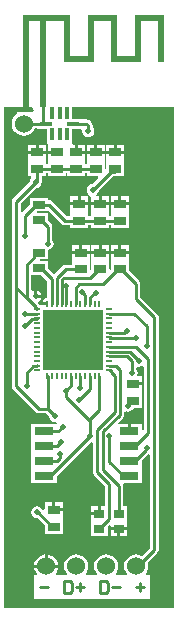
<source format=gtl>
G04*
G04 #@! TF.GenerationSoftware,Altium Limited,Altium Designer,20.2.4 (192)*
G04*
G04 Layer_Physical_Order=1*
G04 Layer_Color=255*
%FSLAX25Y25*%
%MOIN*%
G70*
G04*
G04 #@! TF.SameCoordinates,C5831E6D-2EEE-4114-93DC-BC8679F25CA8*
G04*
G04*
G04 #@! TF.FilePolarity,Positive*
G04*
G01*
G75*
%ADD13R,0.03937X0.01378*%
%ADD14R,0.01378X0.03937*%
%ADD15R,0.03898X0.03071*%
%ADD16R,0.04016X0.02520*%
%ADD17R,0.06496X0.02756*%
%ADD18R,0.20472X0.20472*%
%ADD19O,0.02165X0.00787*%
%ADD20O,0.00787X0.02165*%
%ADD21R,0.03543X0.03150*%
%ADD34C,0.01000*%
%ADD35C,0.06000*%
%ADD36C,0.02000*%
%ADD37C,0.03000*%
G36*
X367406Y301126D02*
X365437D01*
Y314906D01*
X359531D01*
Y301126D01*
X349689D01*
Y314906D01*
X343783D01*
Y301126D01*
X333941D01*
Y314906D01*
X328035D01*
Y286165D01*
X326067D01*
Y314906D01*
X322130D01*
Y286165D01*
X320161D01*
Y316874D01*
X335910D01*
Y303095D01*
X341815D01*
Y316874D01*
X351658D01*
Y303095D01*
X357563D01*
Y316874D01*
X367406D01*
Y301126D01*
D02*
G37*
G36*
X370471Y119029D02*
X314029D01*
X314029Y286000D01*
X317506D01*
X317690Y285775D01*
X317807Y285190D01*
X318138Y284694D01*
X318416Y284508D01*
X318481Y284067D01*
X318483Y283994D01*
X317647Y283353D01*
X317006Y282517D01*
X316603Y281544D01*
X316465Y280500D01*
X316603Y279456D01*
X317006Y278483D01*
X317647Y277647D01*
X318483Y277006D01*
X319456Y276603D01*
X320500Y276466D01*
X321544Y276603D01*
X322517Y277006D01*
X323353Y277647D01*
X323994Y278483D01*
X324196Y278971D01*
X325004D01*
Y278811D01*
X328252D01*
Y273988D01*
X328437D01*
X328551Y273535D01*
X328551Y273488D01*
Y271500D01*
X331500D01*
Y270500D01*
X328551D01*
Y268524D01*
X328551Y268464D01*
Y268023D01*
X328551Y267965D01*
Y267017D01*
X327949D01*
Y267965D01*
X327949Y268023D01*
Y268464D01*
X327949Y268524D01*
Y270500D01*
X325000D01*
X322051D01*
Y268524D01*
X322051Y268464D01*
Y268023D01*
X322051Y267965D01*
Y262952D01*
X322922D01*
X323074Y262453D01*
X323058Y262442D01*
X322616Y261780D01*
X322492Y261154D01*
X316919Y255581D01*
X316587Y255085D01*
X316471Y254500D01*
Y225799D01*
Y193000D01*
X316587Y192415D01*
X316919Y191919D01*
X324419Y184419D01*
X324915Y184087D01*
X325500Y183971D01*
X327867D01*
X328992Y182846D01*
X329116Y182220D01*
X329558Y181558D01*
X330220Y181116D01*
X331000Y180961D01*
X331223Y181005D01*
X331521Y180555D01*
X331401Y180378D01*
X323079D01*
Y175622D01*
X323079Y175622D01*
Y175378D01*
X323079D01*
X323079Y175122D01*
Y170622D01*
X323079D01*
Y170378D01*
X323079D01*
Y165622D01*
X323079Y165622D01*
Y165378D01*
X323079D01*
X323079Y165122D01*
Y160622D01*
X331575D01*
Y163215D01*
X342900Y174540D01*
X342971Y174554D01*
X343471Y174188D01*
Y164500D01*
X343587Y163915D01*
X343919Y163419D01*
X347471Y159866D01*
Y153036D01*
X346252D01*
Y150461D01*
X345752D01*
Y149961D01*
X342981D01*
Y147886D01*
Y142964D01*
X348523D01*
Y146148D01*
X349015Y146639D01*
X349477Y146447D01*
Y146039D01*
X352248D01*
X355019D01*
Y147886D01*
Y153036D01*
X353777D01*
Y159752D01*
X353704Y160122D01*
X354026Y160622D01*
X359921D01*
Y165122D01*
X359921Y165378D01*
X359921D01*
Y165622D01*
X359921D01*
Y168215D01*
X361971Y170265D01*
X362471Y170058D01*
Y139134D01*
X359886Y136548D01*
X359044Y136897D01*
X358000Y137034D01*
X356956Y136897D01*
X355983Y136494D01*
X355147Y135853D01*
X354506Y135017D01*
X354103Y134044D01*
X353965Y133000D01*
X354103Y131956D01*
X354506Y130983D01*
X354877Y130499D01*
X354631Y129999D01*
X351369D01*
X351123Y130499D01*
X351494Y130983D01*
X351897Y131956D01*
X352034Y133000D01*
X351897Y134044D01*
X351494Y135017D01*
X350853Y135853D01*
X350017Y136494D01*
X349044Y136897D01*
X348000Y137034D01*
X346956Y136897D01*
X345983Y136494D01*
X345147Y135853D01*
X344506Y135017D01*
X344103Y134044D01*
X343966Y133000D01*
X344103Y131956D01*
X344506Y130983D01*
X344877Y130499D01*
X344631Y129999D01*
X341369D01*
X341123Y130499D01*
X341494Y130983D01*
X341897Y131956D01*
X342035Y133000D01*
X341897Y134044D01*
X341494Y135017D01*
X340853Y135853D01*
X340017Y136494D01*
X339044Y136897D01*
X338000Y137034D01*
X336956Y136897D01*
X335983Y136494D01*
X335147Y135853D01*
X334506Y135017D01*
X334103Y134044D01*
X333965Y133000D01*
X334103Y131956D01*
X334506Y130983D01*
X334877Y130499D01*
X334631Y129999D01*
X331369D01*
X331123Y130499D01*
X331494Y130983D01*
X331897Y131956D01*
X331969Y132500D01*
X324031D01*
X324103Y131956D01*
X324506Y130983D01*
X324877Y130499D01*
X324631Y129999D01*
X324000D01*
Y122000D01*
X362655D01*
Y129999D01*
X361369D01*
X361123Y130499D01*
X361494Y130983D01*
X361897Y131956D01*
X362035Y133000D01*
X361897Y134044D01*
X361841Y134178D01*
X365081Y137419D01*
X365413Y137915D01*
X365529Y138500D01*
Y216000D01*
X365413Y216585D01*
X365081Y217081D01*
X359431Y222732D01*
Y227000D01*
X359314Y227585D01*
X358983Y228081D01*
X355449Y231615D01*
Y234465D01*
X355449Y234524D01*
Y234964D01*
X355449Y235023D01*
Y237000D01*
X352500D01*
X349551D01*
Y235023D01*
X349551Y234964D01*
Y234524D01*
X349551Y234465D01*
Y231959D01*
X349449Y231890D01*
X348949Y232158D01*
Y234465D01*
X348949Y234524D01*
Y234964D01*
X348949Y235023D01*
Y237000D01*
X346000D01*
X343051D01*
Y235023D01*
X343051Y234964D01*
Y234524D01*
X343051Y234465D01*
Y231959D01*
X342949Y231890D01*
X342449Y232158D01*
Y234465D01*
X342449Y234524D01*
Y234964D01*
X342449Y235023D01*
Y237000D01*
X339500D01*
X336551D01*
Y235023D01*
X336551Y234964D01*
Y234524D01*
X336551Y234465D01*
Y233517D01*
X334488D01*
X333903Y233401D01*
X333407Y233069D01*
X330614Y230277D01*
X328508Y232383D01*
Y234740D01*
X326108D01*
X325824Y235240D01*
X325836Y235260D01*
X328508D01*
Y238462D01*
X329280Y238616D01*
X329942Y239058D01*
X330384Y239720D01*
X330539Y240500D01*
X330384Y241280D01*
X330029Y241811D01*
Y246228D01*
X329913Y246813D01*
X329581Y247309D01*
X328508Y248383D01*
Y250740D01*
X325368D01*
X325101Y251240D01*
X325114Y251260D01*
X328508D01*
Y251260D01*
X328910Y251427D01*
X333175Y247163D01*
X333671Y246831D01*
X334256Y246715D01*
X336051D01*
Y245708D01*
X341949D01*
Y246715D01*
X343051D01*
Y245708D01*
X348949D01*
Y246715D01*
X349551D01*
Y245708D01*
X355449D01*
Y250721D01*
X355449Y250780D01*
Y251220D01*
X355449Y251279D01*
Y253256D01*
X352500D01*
X349551D01*
Y251279D01*
X349551Y251220D01*
Y250780D01*
X349551Y250721D01*
Y249773D01*
X348949D01*
Y250721D01*
X348949Y250780D01*
Y251220D01*
X348949Y251279D01*
Y253256D01*
X346000D01*
X343051D01*
Y251279D01*
X343051Y251220D01*
Y250780D01*
X343051Y250721D01*
Y249773D01*
X341949D01*
Y250721D01*
X341949Y250780D01*
Y251220D01*
X341949Y251279D01*
Y253256D01*
X339000D01*
X336051D01*
Y251279D01*
X336051Y251220D01*
Y250780D01*
X336051Y250721D01*
Y249773D01*
X334890D01*
X330061Y254601D01*
X329565Y254933D01*
X328980Y255049D01*
X328508D01*
Y255780D01*
X322492D01*
Y253423D01*
X320029Y250960D01*
X319592Y251097D01*
X319529Y251145D01*
Y253867D01*
X324654Y258992D01*
X325280Y259116D01*
X325942Y259558D01*
X326384Y260220D01*
X326539Y261000D01*
X326485Y261275D01*
X326529Y261500D01*
Y262952D01*
X327949D01*
Y263959D01*
X328551D01*
Y262952D01*
X334449D01*
Y263959D01*
X335051D01*
Y262952D01*
X340949D01*
Y263959D01*
X341551D01*
Y262952D01*
X345235D01*
X345426Y262491D01*
X343346Y260410D01*
X342720Y260285D01*
X342058Y259843D01*
X341616Y259182D01*
X341461Y258401D01*
X341616Y257621D01*
X342058Y256960D01*
X342661Y256557D01*
X342722Y256515D01*
X343051Y256183D01*
X343051Y255942D01*
Y254256D01*
X345500D01*
Y256292D01*
X344842D01*
X344690Y256791D01*
X344942Y256960D01*
X345384Y257621D01*
X345509Y258247D01*
X350214Y262952D01*
X353949D01*
Y267965D01*
X353949Y268023D01*
Y268464D01*
X353949Y268524D01*
Y270500D01*
X351000D01*
X348051D01*
Y268524D01*
X348051Y268464D01*
Y268023D01*
X348051Y267965D01*
Y265458D01*
X347949Y265390D01*
X347449Y265658D01*
Y267965D01*
X347449Y268023D01*
Y268464D01*
X347449Y268524D01*
Y270500D01*
X344500D01*
Y271000D01*
D01*
Y270500D01*
X341551D01*
Y268524D01*
X341551Y268464D01*
Y268023D01*
X341551Y267965D01*
Y267017D01*
X340949D01*
Y267965D01*
X340949Y268023D01*
Y268464D01*
X340949Y268524D01*
Y270500D01*
X338000D01*
Y271000D01*
X337500D01*
Y273535D01*
X336862D01*
X336748Y273988D01*
X336748Y274036D01*
Y278811D01*
X339612D01*
X340025Y278323D01*
X339961Y278000D01*
X340116Y277220D01*
X340558Y276558D01*
X341220Y276116D01*
X342000Y275961D01*
X342780Y276116D01*
X343442Y276558D01*
X343884Y277220D01*
X344039Y278000D01*
X343884Y278780D01*
X343529Y279311D01*
Y279914D01*
X343413Y280500D01*
X343081Y280996D01*
X342496Y281581D01*
X342000Y281913D01*
X341414Y282029D01*
X339996D01*
Y282189D01*
X336748D01*
Y286000D01*
X370471D01*
X370471Y119029D01*
D02*
G37*
G36*
X328447Y228118D02*
Y222663D01*
X328402Y222626D01*
X327858Y222517D01*
X327397Y222210D01*
X327089Y221748D01*
X326981Y221205D01*
Y221016D01*
X328402D01*
Y220016D01*
X326644D01*
X326481Y219928D01*
X326288Y220057D01*
X325744Y220165D01*
X325716D01*
X325554Y220408D01*
X325311Y220651D01*
X325444Y221225D01*
X325942Y221558D01*
X326384Y222220D01*
X326440Y222500D01*
X324500D01*
Y223000D01*
X324000D01*
Y224940D01*
X323720Y224884D01*
X323529Y224757D01*
X323029Y225024D01*
Y230220D01*
X326345D01*
X328447Y228118D01*
D02*
G37*
G36*
X360471Y199476D02*
Y178508D01*
X360421Y178475D01*
X359921Y178742D01*
Y180378D01*
X356173D01*
Y178000D01*
X355173D01*
Y180378D01*
X352194D01*
X352003Y180840D01*
X353581Y182419D01*
X353913Y182915D01*
X354029Y183500D01*
Y184384D01*
X354380Y184572D01*
X354529Y184605D01*
X355256Y184461D01*
X356036Y184616D01*
X356698Y185058D01*
X357133Y185708D01*
X359949D01*
Y190779D01*
X359949D01*
Y191220D01*
X359949D01*
Y193256D01*
X357000D01*
Y194256D01*
X359949D01*
Y196291D01*
X358613D01*
X358559Y196393D01*
X358398Y196792D01*
X358539Y197500D01*
X358384Y198280D01*
X358029Y198811D01*
Y199188D01*
X358529Y199554D01*
X359000Y199461D01*
X359780Y199616D01*
X359971Y199743D01*
X360471Y199476D01*
D02*
G37*
%LPC*%
G36*
X327949Y273535D02*
X325500D01*
Y271500D01*
X327949D01*
Y273535D01*
D02*
G37*
G36*
X347449D02*
X345000D01*
Y271500D01*
X347449D01*
Y273535D01*
D02*
G37*
G36*
X340949D02*
X338500D01*
Y271500D01*
X340949D01*
Y273535D01*
D02*
G37*
G36*
X353949D02*
X351500D01*
Y271500D01*
X353949D01*
Y273535D01*
D02*
G37*
G36*
X324500D02*
X322051D01*
Y271500D01*
X324500D01*
Y273535D01*
D02*
G37*
G36*
X350500D02*
X348051D01*
Y271500D01*
X350500D01*
Y273535D01*
D02*
G37*
G36*
X344000D02*
X341551D01*
Y271500D01*
X344000D01*
Y273535D01*
D02*
G37*
G36*
X355449Y256292D02*
X353000D01*
Y254256D01*
X355449D01*
Y256292D01*
D02*
G37*
G36*
X348949D02*
X346500D01*
Y254256D01*
X348949D01*
Y256292D01*
D02*
G37*
G36*
X341949D02*
X339500D01*
Y254256D01*
X341949D01*
Y256292D01*
D02*
G37*
G36*
X352000D02*
X349551D01*
Y254256D01*
X352000D01*
Y256292D01*
D02*
G37*
G36*
X338500D02*
X336051D01*
Y254256D01*
X338500D01*
Y256292D01*
D02*
G37*
G36*
X355449Y240036D02*
X353000D01*
Y238000D01*
X355449D01*
Y240036D01*
D02*
G37*
G36*
X348949D02*
X346500D01*
Y238000D01*
X348949D01*
Y240036D01*
D02*
G37*
G36*
X342449D02*
X340000D01*
Y238000D01*
X342449D01*
Y240036D01*
D02*
G37*
G36*
X352000D02*
X349551D01*
Y238000D01*
X352000D01*
Y240036D01*
D02*
G37*
G36*
X339000D02*
X336551D01*
Y238000D01*
X339000D01*
Y240036D01*
D02*
G37*
G36*
X345500D02*
X343051D01*
Y238000D01*
X345500D01*
Y240036D01*
D02*
G37*
G36*
X333449Y154291D02*
X331000D01*
Y152256D01*
X333449D01*
Y154291D01*
D02*
G37*
G36*
X330000D02*
X327551D01*
Y152007D01*
X327051Y151697D01*
X326884Y151780D01*
X326442Y152442D01*
X325780Y152884D01*
X325000Y153039D01*
X324220Y152884D01*
X323558Y152442D01*
X323116Y151780D01*
X322961Y151000D01*
X323116Y150220D01*
X323558Y149558D01*
X324220Y149116D01*
X325000Y148961D01*
X325172Y148995D01*
X327551Y146617D01*
Y143709D01*
X333449D01*
Y148721D01*
X333449Y148779D01*
X333449D01*
Y149221D01*
X333449D01*
Y151256D01*
X330500D01*
Y151756D01*
X330000D01*
Y154291D01*
D02*
G37*
G36*
X345252Y153036D02*
X342981D01*
Y150961D01*
X345252D01*
Y153036D01*
D02*
G37*
G36*
X355019Y145039D02*
X352748D01*
Y142964D01*
X355019D01*
Y145039D01*
D02*
G37*
G36*
X351748D02*
X349477D01*
Y142964D01*
X351748D01*
Y145039D01*
D02*
G37*
G36*
X328500Y136969D02*
Y133500D01*
X331969D01*
X331897Y134044D01*
X331494Y135017D01*
X330853Y135853D01*
X330017Y136494D01*
X329044Y136897D01*
X328500Y136969D01*
D02*
G37*
G36*
X327500D02*
X326956Y136897D01*
X325983Y136494D01*
X325147Y135853D01*
X324506Y135017D01*
X324103Y134044D01*
X324031Y133500D01*
X327500D01*
Y136969D01*
D02*
G37*
G36*
X325000Y224940D02*
Y223500D01*
X326440D01*
X326384Y223780D01*
X325942Y224442D01*
X325280Y224884D01*
X325000Y224940D01*
D02*
G37*
%LPD*%
D13*
X337028Y280500D02*
D03*
X327972D02*
D03*
D14*
X335059Y276957D02*
D03*
X332500D02*
D03*
X329941D02*
D03*
Y284043D02*
D03*
X332500D02*
D03*
X335059D02*
D03*
D15*
X325000Y271000D02*
D03*
Y265488D02*
D03*
X331500Y271000D02*
D03*
Y265488D02*
D03*
X338000Y271000D02*
D03*
Y265488D02*
D03*
X344500Y271000D02*
D03*
Y265488D02*
D03*
X330500Y151756D02*
D03*
Y146244D02*
D03*
X352500Y253756D02*
D03*
Y248244D02*
D03*
X339500Y237500D02*
D03*
Y231988D02*
D03*
X346000Y253756D02*
D03*
Y248244D02*
D03*
X339000Y253756D02*
D03*
Y248244D02*
D03*
X346000Y237500D02*
D03*
Y231988D02*
D03*
X352500Y237500D02*
D03*
Y231988D02*
D03*
X351000Y271000D02*
D03*
Y265488D02*
D03*
X357000Y188244D02*
D03*
Y193756D02*
D03*
D16*
X325500Y248480D02*
D03*
Y253520D02*
D03*
Y237520D02*
D03*
Y232480D02*
D03*
D17*
X327327Y163000D02*
D03*
Y168000D02*
D03*
Y173000D02*
D03*
Y178000D02*
D03*
X355673D02*
D03*
Y173000D02*
D03*
Y168000D02*
D03*
Y163000D02*
D03*
D18*
X337063Y208508D02*
D03*
D19*
X325055Y198272D02*
D03*
Y199846D02*
D03*
Y201421D02*
D03*
Y202996D02*
D03*
Y204571D02*
D03*
Y206146D02*
D03*
Y207720D02*
D03*
Y209295D02*
D03*
Y210870D02*
D03*
Y212445D02*
D03*
Y214020D02*
D03*
Y215595D02*
D03*
Y217169D02*
D03*
Y218744D02*
D03*
X349071D02*
D03*
Y217169D02*
D03*
Y215595D02*
D03*
Y214020D02*
D03*
Y212445D02*
D03*
Y210870D02*
D03*
Y209295D02*
D03*
Y207720D02*
D03*
Y206146D02*
D03*
Y204571D02*
D03*
Y202996D02*
D03*
Y201421D02*
D03*
Y199846D02*
D03*
Y198272D02*
D03*
D20*
X328402Y220516D02*
D03*
X329976D02*
D03*
X331551D02*
D03*
X333126D02*
D03*
X334701D02*
D03*
X336276D02*
D03*
X337850D02*
D03*
X339425D02*
D03*
X341000D02*
D03*
X342575D02*
D03*
X344150D02*
D03*
X345724D02*
D03*
Y196500D02*
D03*
X344150D02*
D03*
X342575D02*
D03*
X341000D02*
D03*
X339425D02*
D03*
X337850D02*
D03*
X336276D02*
D03*
X334701D02*
D03*
X333126D02*
D03*
X331551D02*
D03*
X329976D02*
D03*
X328402D02*
D03*
D21*
X352248Y145539D02*
D03*
X345752D02*
D03*
Y150461D02*
D03*
X352248D02*
D03*
D34*
X317807Y285190D02*
X323310D01*
X319186D02*
X323310D01*
X319186D02*
X319771Y285775D01*
X317690D02*
X319771D01*
X334256Y248244D02*
X339000D01*
X328980Y253520D02*
X334256Y248244D01*
X325500Y253520D02*
X328980D01*
X319771Y285223D02*
X322520D01*
X323072Y285775D01*
X319219D02*
X323072D01*
X327051Y281065D02*
Y286165D01*
X320500Y280500D02*
X325000D01*
X327972D01*
X337028D02*
X341414D01*
X342000Y279914D01*
Y278000D02*
Y279914D01*
X344106Y224000D02*
X344500D01*
X342537Y222431D02*
X344106Y224000D01*
X342537Y220553D02*
Y222431D01*
X339425Y192575D02*
Y193425D01*
Y196500D01*
X321000Y217000D02*
X321169Y217169D01*
X325055D01*
X323398Y215500D02*
X324961D01*
X321000Y213102D02*
X323398Y215500D01*
X359000Y133500D02*
X364000Y138500D01*
Y216000D01*
X357902Y222098D02*
X364000Y216000D01*
X357902Y222098D02*
Y227000D01*
X352500Y231988D02*
X352913D01*
X357902Y227000D01*
X318000Y193000D02*
X325500Y185500D01*
X318000Y193000D02*
Y225799D01*
X325500Y185500D02*
X328500D01*
X324500Y261000D02*
X325000Y261500D01*
X318000Y254500D02*
X324500Y261000D01*
X340000Y224500D02*
X341000Y223500D01*
Y220516D02*
Y223500D01*
X328402Y196500D02*
X328500Y196402D01*
Y185500D02*
Y196402D01*
Y185500D02*
X331000Y183000D01*
X339000Y188500D02*
X342575Y192075D01*
Y196500D01*
X334500Y189500D02*
Y191500D01*
Y189500D02*
X342500Y181500D01*
X336276Y193276D02*
Y196500D01*
X334500Y191500D02*
X336276Y193276D01*
X349599Y264500D02*
X351000D01*
X342537Y220553D02*
X342575Y220516D01*
X343500Y258401D02*
X349599Y264500D01*
X351000D02*
Y265488D01*
X318000Y225799D02*
Y254500D01*
Y225799D02*
X321500Y222299D01*
X325000Y261500D02*
Y265488D01*
X331500D01*
X338000D01*
X344500D01*
X337850Y220516D02*
Y225850D01*
X339000Y227000D01*
X347098D01*
X352086Y231988D02*
X352500D01*
X347098Y227000D02*
X352086Y231988D01*
X342599Y229000D02*
X345586Y231988D01*
X333712Y229000D02*
X342599D01*
X333126Y220516D02*
Y228414D01*
X333712Y229000D01*
X345586Y231988D02*
X346000D01*
X334488D02*
X339500D01*
X331551Y220516D02*
Y229051D01*
X334488Y231988D01*
X334701Y220516D02*
Y226299D01*
X342500Y181500D02*
Y182000D01*
Y176500D02*
Y181500D01*
X327327Y163000D02*
X329197D01*
X342500Y176303D01*
Y176500D01*
X324949Y199740D02*
X325055Y199846D01*
X323740Y199740D02*
X324949D01*
X321500Y197500D02*
X323740Y199740D01*
X321500Y193000D02*
Y197500D01*
X325000Y151000D02*
X325330D01*
X330086Y146244D02*
X330500D01*
X325330Y151000D02*
X330086Y146244D01*
X345724Y185224D02*
Y196500D01*
X342500Y182000D02*
X345724Y185224D01*
X355256Y186500D02*
X355447Y186691D01*
Y187105D01*
X356587Y188244D01*
X357000D01*
X349071Y198272D02*
X349547D01*
X349654Y198165D01*
Y197689D02*
Y198165D01*
Y197689D02*
X351000Y196343D01*
Y184500D02*
Y196343D01*
X345000Y178500D02*
X351000Y184500D01*
X345000Y164500D02*
Y178500D01*
Y164500D02*
X349000Y160500D01*
Y148787D02*
Y160500D01*
X345752Y145539D02*
X345949D01*
X347024Y146614D01*
Y146810D01*
X349000Y148787D01*
X349071Y199846D02*
X351153D01*
X352500Y198500D01*
Y183500D02*
Y198500D01*
X347000Y178000D02*
X352500Y183500D01*
X347000Y165000D02*
Y178000D01*
Y165000D02*
X352248Y159752D01*
Y150461D02*
Y159752D01*
X357543Y168000D02*
X361309Y171766D01*
X349000Y167803D02*
Y176500D01*
X361309Y172309D02*
X361500Y172500D01*
X355673Y168000D02*
X357543D01*
X353803Y163000D02*
X355673D01*
X331500Y168000D02*
X332500Y169000D01*
X349000Y167803D02*
X353803Y163000D01*
X327327Y178000D02*
X327402Y178075D01*
X331533Y173000D02*
X333000Y174468D01*
X327327Y168000D02*
X331500D01*
X361309Y171766D02*
Y172309D01*
X327402Y178075D02*
X332075D01*
X333500Y179500D01*
X327327Y173000D02*
X331533D01*
X332500Y169000D02*
Y170500D01*
X328500Y240500D02*
Y246228D01*
X326248Y248480D02*
X328500Y246228D01*
X321000Y243000D02*
Y249768D01*
X324752Y253520D02*
X325500D01*
X321000Y249768D02*
X324752Y253520D01*
X324902Y200000D02*
X325055Y199846D01*
X325500Y248480D02*
X326248D01*
X349071Y210870D02*
X354099D01*
X354781Y211551D01*
X355051D01*
X349071Y209295D02*
X349177Y209189D01*
X357811D01*
X358000Y209000D01*
X349071Y202996D02*
X355004D01*
X356500Y201500D01*
Y197500D02*
Y201500D01*
X349071Y204571D02*
X355929D01*
X359000Y201500D01*
X349071Y217169D02*
X357331D01*
X361500Y213000D01*
Y206500D02*
Y213000D01*
X349071Y206146D02*
X357854D01*
X362000Y202000D01*
Y177457D02*
Y202000D01*
X355673Y173000D02*
X357543D01*
X362000Y177457D01*
X346000Y248244D02*
X352500D01*
X339000D02*
X346000D01*
X324579Y218744D02*
X325055D01*
X324472Y218850D02*
X324579Y218744D01*
X324472Y218850D02*
Y219327D01*
X321500Y222299D02*
X324472Y219327D01*
X321500Y222299D02*
Y233520D01*
X324752Y237520D02*
X325500D01*
X323992Y236760D02*
X324752Y237520D01*
X323992Y236012D02*
Y236760D01*
X321500Y233520D02*
X323992Y236012D01*
X325500Y237520D02*
X326248D01*
X329976Y220516D02*
Y228752D01*
X326248Y232480D02*
X329976Y228752D01*
X325500Y232480D02*
X326248D01*
X326000Y125999D02*
X328666D01*
X333997Y127999D02*
Y124000D01*
X335997D01*
X336663Y124667D01*
Y127332D01*
X335997Y127999D01*
X333997D01*
X337996Y125999D02*
X340662D01*
X339329Y127332D02*
Y124667D01*
X345994Y127999D02*
Y124000D01*
X347993D01*
X348659Y124667D01*
Y127332D01*
X347993Y127999D01*
X345994D01*
X349992Y125999D02*
X352658D01*
X357990D02*
X360655D01*
X359323Y127332D02*
Y124667D01*
D35*
X320500Y280500D02*
D03*
X328000Y133000D02*
D03*
X338000D02*
D03*
X348000D02*
D03*
X358000D02*
D03*
D36*
X324500Y223000D02*
D03*
X342000Y278000D02*
D03*
X344500Y224000D02*
D03*
X339425Y192575D02*
D03*
X321000Y217000D02*
D03*
Y213102D02*
D03*
X324500Y261000D02*
D03*
X340000Y224500D02*
D03*
X331000Y183000D02*
D03*
X339000Y188500D02*
D03*
X334500Y191500D02*
D03*
X343500Y258401D02*
D03*
X334701Y226299D02*
D03*
X321500Y193000D02*
D03*
X325000Y151000D02*
D03*
X342500Y176500D02*
D03*
X355256Y186500D02*
D03*
X361500Y172500D02*
D03*
X349000Y176500D02*
D03*
X333000Y174468D02*
D03*
X333500Y179500D02*
D03*
X332500Y170500D02*
D03*
X328500Y240500D02*
D03*
X321000Y243000D02*
D03*
X355051Y211551D02*
D03*
X358000Y209000D02*
D03*
X356500Y197500D02*
D03*
X359000Y201500D02*
D03*
X361500Y206500D02*
D03*
D37*
X337063Y208508D02*
D03*
X331157D02*
D03*
Y214413D02*
D03*
X337063D02*
D03*
X342969D02*
D03*
Y208508D02*
D03*
Y202602D02*
D03*
X337063D02*
D03*
X331157D02*
D03*
M02*

</source>
